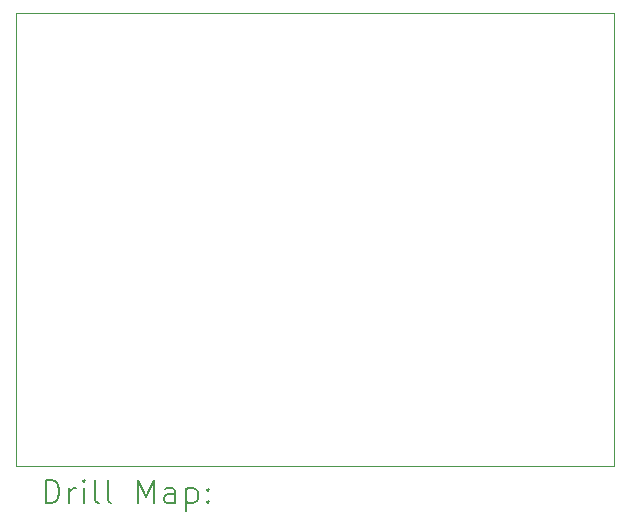
<source format=gbr>
%TF.GenerationSoftware,KiCad,Pcbnew,7.0.8*%
%TF.CreationDate,2024-04-14T12:45:38-04:00*%
%TF.ProjectId,tv desecrator,74762064-6573-4656-9372-61746f722e6b,rev?*%
%TF.SameCoordinates,Original*%
%TF.FileFunction,Drillmap*%
%TF.FilePolarity,Positive*%
%FSLAX45Y45*%
G04 Gerber Fmt 4.5, Leading zero omitted, Abs format (unit mm)*
G04 Created by KiCad (PCBNEW 7.0.8) date 2024-04-14 12:45:38*
%MOMM*%
%LPD*%
G01*
G04 APERTURE LIST*
%ADD10C,0.100000*%
%ADD11C,0.200000*%
G04 APERTURE END LIST*
D10*
X1595120Y-1821180D02*
X6659880Y-1821180D01*
X6659880Y-5659120D01*
X1595120Y-5659120D01*
X1595120Y-1821180D01*
D11*
X1850897Y-5975604D02*
X1850897Y-5775604D01*
X1850897Y-5775604D02*
X1898516Y-5775604D01*
X1898516Y-5775604D02*
X1927087Y-5785128D01*
X1927087Y-5785128D02*
X1946135Y-5804175D01*
X1946135Y-5804175D02*
X1955659Y-5823223D01*
X1955659Y-5823223D02*
X1965182Y-5861318D01*
X1965182Y-5861318D02*
X1965182Y-5889889D01*
X1965182Y-5889889D02*
X1955659Y-5927985D01*
X1955659Y-5927985D02*
X1946135Y-5947032D01*
X1946135Y-5947032D02*
X1927087Y-5966080D01*
X1927087Y-5966080D02*
X1898516Y-5975604D01*
X1898516Y-5975604D02*
X1850897Y-5975604D01*
X2050897Y-5975604D02*
X2050897Y-5842270D01*
X2050897Y-5880366D02*
X2060421Y-5861318D01*
X2060421Y-5861318D02*
X2069944Y-5851794D01*
X2069944Y-5851794D02*
X2088992Y-5842270D01*
X2088992Y-5842270D02*
X2108040Y-5842270D01*
X2174706Y-5975604D02*
X2174706Y-5842270D01*
X2174706Y-5775604D02*
X2165183Y-5785128D01*
X2165183Y-5785128D02*
X2174706Y-5794651D01*
X2174706Y-5794651D02*
X2184230Y-5785128D01*
X2184230Y-5785128D02*
X2174706Y-5775604D01*
X2174706Y-5775604D02*
X2174706Y-5794651D01*
X2298516Y-5975604D02*
X2279468Y-5966080D01*
X2279468Y-5966080D02*
X2269944Y-5947032D01*
X2269944Y-5947032D02*
X2269944Y-5775604D01*
X2403278Y-5975604D02*
X2384230Y-5966080D01*
X2384230Y-5966080D02*
X2374706Y-5947032D01*
X2374706Y-5947032D02*
X2374706Y-5775604D01*
X2631849Y-5975604D02*
X2631849Y-5775604D01*
X2631849Y-5775604D02*
X2698516Y-5918461D01*
X2698516Y-5918461D02*
X2765183Y-5775604D01*
X2765183Y-5775604D02*
X2765183Y-5975604D01*
X2946135Y-5975604D02*
X2946135Y-5870842D01*
X2946135Y-5870842D02*
X2936611Y-5851794D01*
X2936611Y-5851794D02*
X2917563Y-5842270D01*
X2917563Y-5842270D02*
X2879468Y-5842270D01*
X2879468Y-5842270D02*
X2860421Y-5851794D01*
X2946135Y-5966080D02*
X2927087Y-5975604D01*
X2927087Y-5975604D02*
X2879468Y-5975604D01*
X2879468Y-5975604D02*
X2860421Y-5966080D01*
X2860421Y-5966080D02*
X2850897Y-5947032D01*
X2850897Y-5947032D02*
X2850897Y-5927985D01*
X2850897Y-5927985D02*
X2860421Y-5908937D01*
X2860421Y-5908937D02*
X2879468Y-5899413D01*
X2879468Y-5899413D02*
X2927087Y-5899413D01*
X2927087Y-5899413D02*
X2946135Y-5889889D01*
X3041373Y-5842270D02*
X3041373Y-6042270D01*
X3041373Y-5851794D02*
X3060421Y-5842270D01*
X3060421Y-5842270D02*
X3098516Y-5842270D01*
X3098516Y-5842270D02*
X3117563Y-5851794D01*
X3117563Y-5851794D02*
X3127087Y-5861318D01*
X3127087Y-5861318D02*
X3136611Y-5880366D01*
X3136611Y-5880366D02*
X3136611Y-5937508D01*
X3136611Y-5937508D02*
X3127087Y-5956556D01*
X3127087Y-5956556D02*
X3117563Y-5966080D01*
X3117563Y-5966080D02*
X3098516Y-5975604D01*
X3098516Y-5975604D02*
X3060421Y-5975604D01*
X3060421Y-5975604D02*
X3041373Y-5966080D01*
X3222325Y-5956556D02*
X3231849Y-5966080D01*
X3231849Y-5966080D02*
X3222325Y-5975604D01*
X3222325Y-5975604D02*
X3212802Y-5966080D01*
X3212802Y-5966080D02*
X3222325Y-5956556D01*
X3222325Y-5956556D02*
X3222325Y-5975604D01*
X3222325Y-5851794D02*
X3231849Y-5861318D01*
X3231849Y-5861318D02*
X3222325Y-5870842D01*
X3222325Y-5870842D02*
X3212802Y-5861318D01*
X3212802Y-5861318D02*
X3222325Y-5851794D01*
X3222325Y-5851794D02*
X3222325Y-5870842D01*
M02*

</source>
